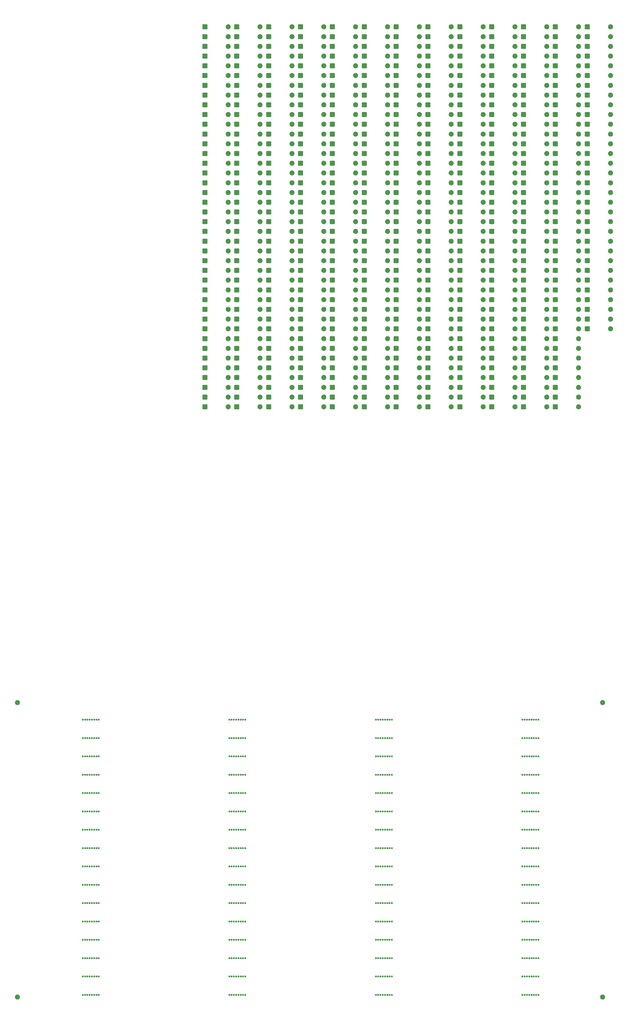
<source format=gbr>
%TF.GenerationSoftware,KiCad,Pcbnew,9.0.7*%
%TF.CreationDate,2026-02-03T13:11:03-05:00*%
%TF.ProjectId,INS-1 Matrix Display Motherboard,494e532d-3120-44d6-9174-726978204469,rev?*%
%TF.SameCoordinates,Original*%
%TF.FileFunction,Soldermask,Bot*%
%TF.FilePolarity,Negative*%
%FSLAX46Y46*%
G04 Gerber Fmt 4.6, Leading zero omitted, Abs format (unit mm)*
G04 Created by KiCad (PCBNEW 9.0.7) date 2026-02-03 13:11:03*
%MOMM*%
%LPD*%
G01*
G04 APERTURE LIST*
G04 Aperture macros list*
%AMRoundRect*
0 Rectangle with rounded corners*
0 $1 Rounding radius*
0 $2 $3 $4 $5 $6 $7 $8 $9 X,Y pos of 4 corners*
0 Add a 4 corners polygon primitive as box body*
4,1,4,$2,$3,$4,$5,$6,$7,$8,$9,$2,$3,0*
0 Add four circle primitives for the rounded corners*
1,1,$1+$1,$2,$3*
1,1,$1+$1,$4,$5*
1,1,$1+$1,$6,$7*
1,1,$1+$1,$8,$9*
0 Add four rect primitives between the rounded corners*
20,1,$1+$1,$2,$3,$4,$5,0*
20,1,$1+$1,$4,$5,$6,$7,0*
20,1,$1+$1,$6,$7,$8,$9,0*
20,1,$1+$1,$8,$9,$2,$3,0*%
G04 Aperture macros list end*
%ADD10RoundRect,0.249999X-0.850001X-0.850001X0.850001X-0.850001X0.850001X0.850001X-0.850001X0.850001X0*%
%ADD11C,2.200000*%
%ADD12C,0.850000*%
G04 APERTURE END LIST*
D10*
%TO.C,D512*%
X268300000Y134500000D03*
D11*
X278460000Y134500000D03*
%TD*%
D10*
%TO.C,D511*%
X268300000Y138750000D03*
D11*
X278460000Y138750000D03*
%TD*%
D10*
%TO.C,D510*%
X268300000Y143000000D03*
D11*
X278460000Y143000000D03*
%TD*%
D10*
%TO.C,D509*%
X268300000Y147250000D03*
D11*
X278460000Y147250000D03*
%TD*%
D10*
%TO.C,D508*%
X268300000Y151500000D03*
D11*
X278460000Y151500000D03*
%TD*%
D10*
%TO.C,D507*%
X268300000Y155750000D03*
D11*
X278460000Y155750000D03*
%TD*%
D10*
%TO.C,D506*%
X268300000Y160000000D03*
D11*
X278460000Y160000000D03*
%TD*%
D10*
%TO.C,D505*%
X268300000Y164250000D03*
D11*
X278460000Y164250000D03*
%TD*%
D10*
%TO.C,D504*%
X268300000Y168500000D03*
D11*
X278460000Y168500000D03*
%TD*%
D10*
%TO.C,D503*%
X268300000Y172750000D03*
D11*
X278460000Y172750000D03*
%TD*%
D10*
%TO.C,D502*%
X268300000Y177000000D03*
D11*
X278460000Y177000000D03*
%TD*%
D10*
%TO.C,D501*%
X268300000Y181250000D03*
D11*
X278460000Y181250000D03*
%TD*%
D10*
%TO.C,D500*%
X268300000Y185500000D03*
D11*
X278460000Y185500000D03*
%TD*%
D10*
%TO.C,D499*%
X268300000Y189750000D03*
D11*
X278460000Y189750000D03*
%TD*%
D10*
%TO.C,D498*%
X268300000Y194000000D03*
D11*
X278460000Y194000000D03*
%TD*%
D10*
%TO.C,D497*%
X268300000Y198250000D03*
D11*
X278460000Y198250000D03*
%TD*%
D10*
%TO.C,D496*%
X268300000Y202500000D03*
D11*
X278460000Y202500000D03*
%TD*%
D10*
%TO.C,D495*%
X268300000Y206750000D03*
D11*
X278460000Y206750000D03*
%TD*%
D10*
%TO.C,D494*%
X268300000Y211000000D03*
D11*
X278460000Y211000000D03*
%TD*%
D10*
%TO.C,D493*%
X268300000Y215250000D03*
D11*
X278460000Y215250000D03*
%TD*%
D10*
%TO.C,D492*%
X268300000Y219500000D03*
D11*
X278460000Y219500000D03*
%TD*%
D10*
%TO.C,D491*%
X268300000Y223750000D03*
D11*
X278460000Y223750000D03*
%TD*%
D10*
%TO.C,D490*%
X268300000Y228000000D03*
D11*
X278460000Y228000000D03*
%TD*%
D10*
%TO.C,D489*%
X268300000Y232250000D03*
D11*
X278460000Y232250000D03*
%TD*%
D10*
%TO.C,D488*%
X268300000Y236500000D03*
D11*
X278460000Y236500000D03*
%TD*%
D10*
%TO.C,D487*%
X268300000Y240750000D03*
D11*
X278460000Y240750000D03*
%TD*%
D10*
%TO.C,D486*%
X268300000Y245000000D03*
D11*
X278460000Y245000000D03*
%TD*%
D10*
%TO.C,D485*%
X268300000Y249250000D03*
D11*
X278460000Y249250000D03*
%TD*%
D10*
%TO.C,D484*%
X268300000Y253500000D03*
D11*
X278460000Y253500000D03*
%TD*%
D10*
%TO.C,D483*%
X268300000Y257750000D03*
D11*
X278460000Y257750000D03*
%TD*%
D10*
%TO.C,D482*%
X268300000Y262000000D03*
D11*
X278460000Y262000000D03*
%TD*%
D10*
%TO.C,D481*%
X268300000Y266250000D03*
D11*
X278460000Y266250000D03*
%TD*%
D10*
%TO.C,D480*%
X254390000Y100500000D03*
D11*
X264550000Y100500000D03*
%TD*%
D10*
%TO.C,D479*%
X254390000Y104750000D03*
D11*
X264550000Y104750000D03*
%TD*%
D10*
%TO.C,D478*%
X254390000Y109000000D03*
D11*
X264550000Y109000000D03*
%TD*%
D10*
%TO.C,D477*%
X254390000Y113250000D03*
D11*
X264550000Y113250000D03*
%TD*%
D10*
%TO.C,D476*%
X254390000Y117500000D03*
D11*
X264550000Y117500000D03*
%TD*%
D10*
%TO.C,D475*%
X254390000Y121750000D03*
D11*
X264550000Y121750000D03*
%TD*%
D10*
%TO.C,D474*%
X254390000Y126000000D03*
D11*
X264550000Y126000000D03*
%TD*%
D10*
%TO.C,D473*%
X254390000Y130250000D03*
D11*
X264550000Y130250000D03*
%TD*%
D10*
%TO.C,D472*%
X254390000Y134500000D03*
D11*
X264550000Y134500000D03*
%TD*%
D10*
%TO.C,D471*%
X254390000Y138750000D03*
D11*
X264550000Y138750000D03*
%TD*%
D10*
%TO.C,D470*%
X254390000Y143000000D03*
D11*
X264550000Y143000000D03*
%TD*%
D10*
%TO.C,D469*%
X254390000Y147250000D03*
D11*
X264550000Y147250000D03*
%TD*%
D10*
%TO.C,D468*%
X254390000Y151500000D03*
D11*
X264550000Y151500000D03*
%TD*%
D10*
%TO.C,D467*%
X254390000Y155750000D03*
D11*
X264550000Y155750000D03*
%TD*%
D10*
%TO.C,D466*%
X254390000Y160000000D03*
D11*
X264550000Y160000000D03*
%TD*%
D10*
%TO.C,D465*%
X254390000Y164250000D03*
D11*
X264550000Y164250000D03*
%TD*%
D10*
%TO.C,D464*%
X254390000Y168500000D03*
D11*
X264550000Y168500000D03*
%TD*%
D10*
%TO.C,D463*%
X254390000Y172750000D03*
D11*
X264550000Y172750000D03*
%TD*%
D10*
%TO.C,D462*%
X254390000Y177000000D03*
D11*
X264550000Y177000000D03*
%TD*%
D10*
%TO.C,D461*%
X254390000Y181250000D03*
D11*
X264550000Y181250000D03*
%TD*%
D10*
%TO.C,D460*%
X254390000Y185500000D03*
D11*
X264550000Y185500000D03*
%TD*%
D10*
%TO.C,D459*%
X254390000Y189750000D03*
D11*
X264550000Y189750000D03*
%TD*%
D10*
%TO.C,D458*%
X254390000Y194000000D03*
D11*
X264550000Y194000000D03*
%TD*%
D10*
%TO.C,D457*%
X254390000Y198250000D03*
D11*
X264550000Y198250000D03*
%TD*%
D10*
%TO.C,D456*%
X254390000Y202500000D03*
D11*
X264550000Y202500000D03*
%TD*%
D10*
%TO.C,D455*%
X254390000Y206750000D03*
D11*
X264550000Y206750000D03*
%TD*%
D10*
%TO.C,D454*%
X254390000Y211000000D03*
D11*
X264550000Y211000000D03*
%TD*%
D10*
%TO.C,D453*%
X254390000Y215250000D03*
D11*
X264550000Y215250000D03*
%TD*%
D10*
%TO.C,D452*%
X254390000Y219500000D03*
D11*
X264550000Y219500000D03*
%TD*%
D10*
%TO.C,D451*%
X254390000Y223750000D03*
D11*
X264550000Y223750000D03*
%TD*%
D10*
%TO.C,D450*%
X254390000Y228000000D03*
D11*
X264550000Y228000000D03*
%TD*%
D10*
%TO.C,D449*%
X254390000Y232250000D03*
D11*
X264550000Y232250000D03*
%TD*%
D10*
%TO.C,D448*%
X254390000Y236500000D03*
D11*
X264550000Y236500000D03*
%TD*%
D10*
%TO.C,D447*%
X254390000Y240750000D03*
D11*
X264550000Y240750000D03*
%TD*%
D10*
%TO.C,D446*%
X254390000Y245000000D03*
D11*
X264550000Y245000000D03*
%TD*%
D10*
%TO.C,D445*%
X254390000Y249250000D03*
D11*
X264550000Y249250000D03*
%TD*%
D10*
%TO.C,D444*%
X254390000Y253500000D03*
D11*
X264550000Y253500000D03*
%TD*%
D10*
%TO.C,D443*%
X254390000Y257750000D03*
D11*
X264550000Y257750000D03*
%TD*%
D10*
%TO.C,D442*%
X254390000Y262000000D03*
D11*
X264550000Y262000000D03*
%TD*%
D10*
%TO.C,D441*%
X254390000Y266250000D03*
D11*
X264550000Y266250000D03*
%TD*%
D10*
%TO.C,D440*%
X240480000Y100500000D03*
D11*
X250640000Y100500000D03*
%TD*%
D10*
%TO.C,D439*%
X240480000Y104750000D03*
D11*
X250640000Y104750000D03*
%TD*%
D10*
%TO.C,D438*%
X240480000Y109000000D03*
D11*
X250640000Y109000000D03*
%TD*%
D10*
%TO.C,D437*%
X240480000Y113250000D03*
D11*
X250640000Y113250000D03*
%TD*%
D10*
%TO.C,D436*%
X240480000Y117500000D03*
D11*
X250640000Y117500000D03*
%TD*%
D10*
%TO.C,D435*%
X240480000Y121750000D03*
D11*
X250640000Y121750000D03*
%TD*%
D10*
%TO.C,D434*%
X240480000Y126000000D03*
D11*
X250640000Y126000000D03*
%TD*%
D10*
%TO.C,D433*%
X240480000Y130250000D03*
D11*
X250640000Y130250000D03*
%TD*%
D10*
%TO.C,D432*%
X240480000Y134500000D03*
D11*
X250640000Y134500000D03*
%TD*%
D10*
%TO.C,D431*%
X240480000Y138750000D03*
D11*
X250640000Y138750000D03*
%TD*%
D10*
%TO.C,D430*%
X240480000Y143000000D03*
D11*
X250640000Y143000000D03*
%TD*%
D10*
%TO.C,D429*%
X240480000Y147250000D03*
D11*
X250640000Y147250000D03*
%TD*%
D10*
%TO.C,D428*%
X240480000Y151500000D03*
D11*
X250640000Y151500000D03*
%TD*%
D10*
%TO.C,D427*%
X240480000Y155750000D03*
D11*
X250640000Y155750000D03*
%TD*%
D10*
%TO.C,D426*%
X240480000Y160000000D03*
D11*
X250640000Y160000000D03*
%TD*%
D10*
%TO.C,D425*%
X240480000Y164250000D03*
D11*
X250640000Y164250000D03*
%TD*%
D10*
%TO.C,D424*%
X240480000Y168500000D03*
D11*
X250640000Y168500000D03*
%TD*%
D10*
%TO.C,D423*%
X240480000Y172750000D03*
D11*
X250640000Y172750000D03*
%TD*%
D10*
%TO.C,D422*%
X240480000Y177000000D03*
D11*
X250640000Y177000000D03*
%TD*%
D10*
%TO.C,D421*%
X240480000Y181250000D03*
D11*
X250640000Y181250000D03*
%TD*%
D10*
%TO.C,D420*%
X240480000Y185500000D03*
D11*
X250640000Y185500000D03*
%TD*%
D10*
%TO.C,D419*%
X240480000Y189750000D03*
D11*
X250640000Y189750000D03*
%TD*%
D10*
%TO.C,D418*%
X240480000Y194000000D03*
D11*
X250640000Y194000000D03*
%TD*%
D10*
%TO.C,D417*%
X240480000Y198250000D03*
D11*
X250640000Y198250000D03*
%TD*%
D10*
%TO.C,D416*%
X240480000Y202500000D03*
D11*
X250640000Y202500000D03*
%TD*%
D10*
%TO.C,D415*%
X240480000Y206750000D03*
D11*
X250640000Y206750000D03*
%TD*%
D10*
%TO.C,D414*%
X240480000Y211000000D03*
D11*
X250640000Y211000000D03*
%TD*%
D10*
%TO.C,D413*%
X240480000Y215250000D03*
D11*
X250640000Y215250000D03*
%TD*%
D10*
%TO.C,D412*%
X240480000Y219500000D03*
D11*
X250640000Y219500000D03*
%TD*%
D10*
%TO.C,D411*%
X240480000Y223750000D03*
D11*
X250640000Y223750000D03*
%TD*%
D10*
%TO.C,D410*%
X240480000Y228000000D03*
D11*
X250640000Y228000000D03*
%TD*%
D10*
%TO.C,D409*%
X240480000Y232250000D03*
D11*
X250640000Y232250000D03*
%TD*%
D10*
%TO.C,D408*%
X240480000Y236500000D03*
D11*
X250640000Y236500000D03*
%TD*%
D10*
%TO.C,D407*%
X240480000Y240750000D03*
D11*
X250640000Y240750000D03*
%TD*%
D10*
%TO.C,D406*%
X240480000Y245000000D03*
D11*
X250640000Y245000000D03*
%TD*%
D10*
%TO.C,D405*%
X240480000Y249250000D03*
D11*
X250640000Y249250000D03*
%TD*%
D10*
%TO.C,D404*%
X240480000Y253500000D03*
D11*
X250640000Y253500000D03*
%TD*%
D10*
%TO.C,D403*%
X240480000Y257750000D03*
D11*
X250640000Y257750000D03*
%TD*%
D10*
%TO.C,D402*%
X240480000Y262000000D03*
D11*
X250640000Y262000000D03*
%TD*%
D10*
%TO.C,D401*%
X240480000Y266250000D03*
D11*
X250640000Y266250000D03*
%TD*%
D10*
%TO.C,D400*%
X226570000Y100500000D03*
D11*
X236730000Y100500000D03*
%TD*%
D10*
%TO.C,D399*%
X226570000Y104750000D03*
D11*
X236730000Y104750000D03*
%TD*%
D10*
%TO.C,D398*%
X226570000Y109000000D03*
D11*
X236730000Y109000000D03*
%TD*%
D10*
%TO.C,D397*%
X226570000Y113250000D03*
D11*
X236730000Y113250000D03*
%TD*%
D10*
%TO.C,D396*%
X226570000Y117500000D03*
D11*
X236730000Y117500000D03*
%TD*%
D10*
%TO.C,D395*%
X226570000Y121750000D03*
D11*
X236730000Y121750000D03*
%TD*%
D10*
%TO.C,D394*%
X226570000Y126000000D03*
D11*
X236730000Y126000000D03*
%TD*%
D10*
%TO.C,D393*%
X226570000Y130250000D03*
D11*
X236730000Y130250000D03*
%TD*%
D10*
%TO.C,D392*%
X226570000Y134500000D03*
D11*
X236730000Y134500000D03*
%TD*%
D10*
%TO.C,D391*%
X226570000Y138750000D03*
D11*
X236730000Y138750000D03*
%TD*%
D10*
%TO.C,D390*%
X226570000Y143000000D03*
D11*
X236730000Y143000000D03*
%TD*%
D10*
%TO.C,D389*%
X226570000Y147250000D03*
D11*
X236730000Y147250000D03*
%TD*%
D10*
%TO.C,D388*%
X226570000Y151500000D03*
D11*
X236730000Y151500000D03*
%TD*%
D10*
%TO.C,D387*%
X226570000Y155750000D03*
D11*
X236730000Y155750000D03*
%TD*%
D10*
%TO.C,D386*%
X226570000Y160000000D03*
D11*
X236730000Y160000000D03*
%TD*%
D10*
%TO.C,D385*%
X226570000Y164250000D03*
D11*
X236730000Y164250000D03*
%TD*%
D10*
%TO.C,D384*%
X226570000Y168500000D03*
D11*
X236730000Y168500000D03*
%TD*%
D10*
%TO.C,D383*%
X226570000Y172750000D03*
D11*
X236730000Y172750000D03*
%TD*%
D10*
%TO.C,D382*%
X226570000Y177000000D03*
D11*
X236730000Y177000000D03*
%TD*%
D10*
%TO.C,D381*%
X226570000Y181250000D03*
D11*
X236730000Y181250000D03*
%TD*%
D10*
%TO.C,D380*%
X226570000Y185500000D03*
D11*
X236730000Y185500000D03*
%TD*%
D10*
%TO.C,D379*%
X226570000Y189750000D03*
D11*
X236730000Y189750000D03*
%TD*%
D10*
%TO.C,D378*%
X226570000Y194000000D03*
D11*
X236730000Y194000000D03*
%TD*%
D10*
%TO.C,D377*%
X226570000Y198250000D03*
D11*
X236730000Y198250000D03*
%TD*%
D10*
%TO.C,D376*%
X226570000Y202500000D03*
D11*
X236730000Y202500000D03*
%TD*%
D10*
%TO.C,D375*%
X226570000Y206750000D03*
D11*
X236730000Y206750000D03*
%TD*%
D10*
%TO.C,D374*%
X226570000Y211000000D03*
D11*
X236730000Y211000000D03*
%TD*%
D10*
%TO.C,D373*%
X226570000Y215250000D03*
D11*
X236730000Y215250000D03*
%TD*%
D10*
%TO.C,D372*%
X226570000Y219500000D03*
D11*
X236730000Y219500000D03*
%TD*%
D10*
%TO.C,D371*%
X226570000Y223750000D03*
D11*
X236730000Y223750000D03*
%TD*%
D10*
%TO.C,D370*%
X226570000Y228000000D03*
D11*
X236730000Y228000000D03*
%TD*%
D10*
%TO.C,D369*%
X226570000Y232250000D03*
D11*
X236730000Y232250000D03*
%TD*%
D10*
%TO.C,D368*%
X226570000Y236500000D03*
D11*
X236730000Y236500000D03*
%TD*%
D10*
%TO.C,D367*%
X226570000Y240750000D03*
D11*
X236730000Y240750000D03*
%TD*%
D10*
%TO.C,D366*%
X226570000Y245000000D03*
D11*
X236730000Y245000000D03*
%TD*%
D10*
%TO.C,D365*%
X226570000Y249250000D03*
D11*
X236730000Y249250000D03*
%TD*%
D10*
%TO.C,D364*%
X226570000Y253500000D03*
D11*
X236730000Y253500000D03*
%TD*%
D10*
%TO.C,D363*%
X226570000Y257750000D03*
D11*
X236730000Y257750000D03*
%TD*%
D10*
%TO.C,D362*%
X226570000Y262000000D03*
D11*
X236730000Y262000000D03*
%TD*%
D10*
%TO.C,D361*%
X226570000Y266250000D03*
D11*
X236730000Y266250000D03*
%TD*%
D10*
%TO.C,D360*%
X212660000Y100500000D03*
D11*
X222820000Y100500000D03*
%TD*%
D10*
%TO.C,D359*%
X212660000Y104750000D03*
D11*
X222820000Y104750000D03*
%TD*%
D10*
%TO.C,D358*%
X212660000Y109000000D03*
D11*
X222820000Y109000000D03*
%TD*%
D10*
%TO.C,D357*%
X212660000Y113250000D03*
D11*
X222820000Y113250000D03*
%TD*%
D10*
%TO.C,D356*%
X212660000Y117500000D03*
D11*
X222820000Y117500000D03*
%TD*%
D10*
%TO.C,D355*%
X212660000Y121750000D03*
D11*
X222820000Y121750000D03*
%TD*%
D10*
%TO.C,D354*%
X212660000Y126000000D03*
D11*
X222820000Y126000000D03*
%TD*%
D10*
%TO.C,D353*%
X212660000Y130250000D03*
D11*
X222820000Y130250000D03*
%TD*%
D10*
%TO.C,D352*%
X212660000Y134500000D03*
D11*
X222820000Y134500000D03*
%TD*%
D10*
%TO.C,D351*%
X212660000Y138750000D03*
D11*
X222820000Y138750000D03*
%TD*%
D10*
%TO.C,D350*%
X212660000Y143000000D03*
D11*
X222820000Y143000000D03*
%TD*%
D10*
%TO.C,D349*%
X212660000Y147250000D03*
D11*
X222820000Y147250000D03*
%TD*%
D10*
%TO.C,D348*%
X212660000Y151500000D03*
D11*
X222820000Y151500000D03*
%TD*%
D10*
%TO.C,D347*%
X212660000Y155750000D03*
D11*
X222820000Y155750000D03*
%TD*%
D10*
%TO.C,D346*%
X212660000Y160000000D03*
D11*
X222820000Y160000000D03*
%TD*%
D10*
%TO.C,D345*%
X212660000Y164250000D03*
D11*
X222820000Y164250000D03*
%TD*%
D10*
%TO.C,D344*%
X212660000Y168500000D03*
D11*
X222820000Y168500000D03*
%TD*%
D10*
%TO.C,D343*%
X212660000Y172750000D03*
D11*
X222820000Y172750000D03*
%TD*%
D10*
%TO.C,D342*%
X212660000Y177000000D03*
D11*
X222820000Y177000000D03*
%TD*%
D10*
%TO.C,D341*%
X212660000Y181250000D03*
D11*
X222820000Y181250000D03*
%TD*%
D10*
%TO.C,D340*%
X212660000Y185500000D03*
D11*
X222820000Y185500000D03*
%TD*%
D10*
%TO.C,D339*%
X212660000Y189750000D03*
D11*
X222820000Y189750000D03*
%TD*%
D10*
%TO.C,D338*%
X212660000Y194000000D03*
D11*
X222820000Y194000000D03*
%TD*%
D10*
%TO.C,D337*%
X212660000Y198250000D03*
D11*
X222820000Y198250000D03*
%TD*%
D10*
%TO.C,D336*%
X212660000Y202500000D03*
D11*
X222820000Y202500000D03*
%TD*%
D10*
%TO.C,D335*%
X212660000Y206750000D03*
D11*
X222820000Y206750000D03*
%TD*%
D10*
%TO.C,D334*%
X212660000Y211000000D03*
D11*
X222820000Y211000000D03*
%TD*%
D10*
%TO.C,D333*%
X212660000Y215250000D03*
D11*
X222820000Y215250000D03*
%TD*%
D10*
%TO.C,D332*%
X212660000Y219500000D03*
D11*
X222820000Y219500000D03*
%TD*%
D10*
%TO.C,D331*%
X212660000Y223750000D03*
D11*
X222820000Y223750000D03*
%TD*%
D10*
%TO.C,D330*%
X212660000Y228000000D03*
D11*
X222820000Y228000000D03*
%TD*%
D10*
%TO.C,D329*%
X212660000Y232250000D03*
D11*
X222820000Y232250000D03*
%TD*%
D10*
%TO.C,D328*%
X212660000Y236500000D03*
D11*
X222820000Y236500000D03*
%TD*%
D10*
%TO.C,D327*%
X212660000Y240750000D03*
D11*
X222820000Y240750000D03*
%TD*%
D10*
%TO.C,D326*%
X212660000Y245000000D03*
D11*
X222820000Y245000000D03*
%TD*%
D10*
%TO.C,D325*%
X212660000Y249250000D03*
D11*
X222820000Y249250000D03*
%TD*%
D10*
%TO.C,D324*%
X212660000Y253500000D03*
D11*
X222820000Y253500000D03*
%TD*%
D10*
%TO.C,D323*%
X212660000Y257750000D03*
D11*
X222820000Y257750000D03*
%TD*%
D10*
%TO.C,D322*%
X212660000Y262000000D03*
D11*
X222820000Y262000000D03*
%TD*%
D10*
%TO.C,D321*%
X212660000Y266250000D03*
D11*
X222820000Y266250000D03*
%TD*%
D10*
%TO.C,D320*%
X198750000Y100500000D03*
D11*
X208910000Y100500000D03*
%TD*%
D10*
%TO.C,D319*%
X198750000Y104750000D03*
D11*
X208910000Y104750000D03*
%TD*%
D10*
%TO.C,D318*%
X198750000Y109000000D03*
D11*
X208910000Y109000000D03*
%TD*%
D10*
%TO.C,D317*%
X198750000Y113250000D03*
D11*
X208910000Y113250000D03*
%TD*%
D10*
%TO.C,D316*%
X198750000Y117500000D03*
D11*
X208910000Y117500000D03*
%TD*%
D10*
%TO.C,D315*%
X198750000Y121750000D03*
D11*
X208910000Y121750000D03*
%TD*%
D10*
%TO.C,D314*%
X198750000Y126000000D03*
D11*
X208910000Y126000000D03*
%TD*%
D10*
%TO.C,D313*%
X198750000Y130250000D03*
D11*
X208910000Y130250000D03*
%TD*%
D10*
%TO.C,D312*%
X198750000Y134500000D03*
D11*
X208910000Y134500000D03*
%TD*%
D10*
%TO.C,D311*%
X198750000Y138750000D03*
D11*
X208910000Y138750000D03*
%TD*%
D10*
%TO.C,D310*%
X198750000Y143000000D03*
D11*
X208910000Y143000000D03*
%TD*%
D10*
%TO.C,D309*%
X198750000Y147250000D03*
D11*
X208910000Y147250000D03*
%TD*%
D10*
%TO.C,D308*%
X198750000Y151500000D03*
D11*
X208910000Y151500000D03*
%TD*%
D10*
%TO.C,D307*%
X198750000Y155750000D03*
D11*
X208910000Y155750000D03*
%TD*%
D10*
%TO.C,D306*%
X198750000Y160000000D03*
D11*
X208910000Y160000000D03*
%TD*%
D10*
%TO.C,D305*%
X198750000Y164250000D03*
D11*
X208910000Y164250000D03*
%TD*%
D10*
%TO.C,D304*%
X198750000Y168500000D03*
D11*
X208910000Y168500000D03*
%TD*%
D10*
%TO.C,D303*%
X198750000Y172750000D03*
D11*
X208910000Y172750000D03*
%TD*%
D10*
%TO.C,D302*%
X198750000Y177000000D03*
D11*
X208910000Y177000000D03*
%TD*%
D10*
%TO.C,D301*%
X198750000Y181250000D03*
D11*
X208910000Y181250000D03*
%TD*%
D10*
%TO.C,D300*%
X198750000Y185500000D03*
D11*
X208910000Y185500000D03*
%TD*%
D10*
%TO.C,D299*%
X198750000Y189750000D03*
D11*
X208910000Y189750000D03*
%TD*%
D10*
%TO.C,D298*%
X198750000Y194000000D03*
D11*
X208910000Y194000000D03*
%TD*%
D10*
%TO.C,D297*%
X198750000Y198250000D03*
D11*
X208910000Y198250000D03*
%TD*%
D10*
%TO.C,D296*%
X198750000Y202500000D03*
D11*
X208910000Y202500000D03*
%TD*%
D10*
%TO.C,D295*%
X198750000Y206750000D03*
D11*
X208910000Y206750000D03*
%TD*%
D10*
%TO.C,D294*%
X198750000Y211000000D03*
D11*
X208910000Y211000000D03*
%TD*%
D10*
%TO.C,D293*%
X198750000Y215250000D03*
D11*
X208910000Y215250000D03*
%TD*%
D10*
%TO.C,D292*%
X198750000Y219500000D03*
D11*
X208910000Y219500000D03*
%TD*%
D10*
%TO.C,D291*%
X198750000Y223750000D03*
D11*
X208910000Y223750000D03*
%TD*%
D10*
%TO.C,D290*%
X198750000Y228000000D03*
D11*
X208910000Y228000000D03*
%TD*%
D10*
%TO.C,D289*%
X198750000Y232250000D03*
D11*
X208910000Y232250000D03*
%TD*%
D10*
%TO.C,D288*%
X198750000Y236500000D03*
D11*
X208910000Y236500000D03*
%TD*%
D10*
%TO.C,D287*%
X198750000Y240750000D03*
D11*
X208910000Y240750000D03*
%TD*%
D10*
%TO.C,D286*%
X198750000Y245000000D03*
D11*
X208910000Y245000000D03*
%TD*%
D10*
%TO.C,D285*%
X198750000Y249250000D03*
D11*
X208910000Y249250000D03*
%TD*%
D10*
%TO.C,D284*%
X198750000Y253500000D03*
D11*
X208910000Y253500000D03*
%TD*%
D10*
%TO.C,D283*%
X198750000Y257750000D03*
D11*
X208910000Y257750000D03*
%TD*%
D10*
%TO.C,D282*%
X198750000Y262000000D03*
D11*
X208910000Y262000000D03*
%TD*%
D10*
%TO.C,D281*%
X198750000Y266250000D03*
D11*
X208910000Y266250000D03*
%TD*%
D10*
%TO.C,D280*%
X184840000Y100500000D03*
D11*
X195000000Y100500000D03*
%TD*%
D10*
%TO.C,D279*%
X184840000Y104750000D03*
D11*
X195000000Y104750000D03*
%TD*%
D10*
%TO.C,D278*%
X184840000Y109000000D03*
D11*
X195000000Y109000000D03*
%TD*%
D10*
%TO.C,D277*%
X184840000Y113250000D03*
D11*
X195000000Y113250000D03*
%TD*%
D10*
%TO.C,D276*%
X184840000Y117500000D03*
D11*
X195000000Y117500000D03*
%TD*%
D10*
%TO.C,D275*%
X184840000Y121750000D03*
D11*
X195000000Y121750000D03*
%TD*%
D10*
%TO.C,D274*%
X184840000Y126000000D03*
D11*
X195000000Y126000000D03*
%TD*%
D10*
%TO.C,D273*%
X184840000Y130250000D03*
D11*
X195000000Y130250000D03*
%TD*%
D10*
%TO.C,D272*%
X184840000Y134500000D03*
D11*
X195000000Y134500000D03*
%TD*%
D10*
%TO.C,D271*%
X184840000Y138750000D03*
D11*
X195000000Y138750000D03*
%TD*%
D10*
%TO.C,D270*%
X184840000Y143000000D03*
D11*
X195000000Y143000000D03*
%TD*%
D10*
%TO.C,D269*%
X184840000Y147250000D03*
D11*
X195000000Y147250000D03*
%TD*%
D10*
%TO.C,D268*%
X184840000Y151500000D03*
D11*
X195000000Y151500000D03*
%TD*%
D10*
%TO.C,D267*%
X184840000Y155750000D03*
D11*
X195000000Y155750000D03*
%TD*%
D10*
%TO.C,D266*%
X184840000Y160000000D03*
D11*
X195000000Y160000000D03*
%TD*%
D10*
%TO.C,D265*%
X184840000Y164250000D03*
D11*
X195000000Y164250000D03*
%TD*%
D10*
%TO.C,D264*%
X184840000Y168500000D03*
D11*
X195000000Y168500000D03*
%TD*%
D10*
%TO.C,D263*%
X184840000Y172750000D03*
D11*
X195000000Y172750000D03*
%TD*%
D10*
%TO.C,D262*%
X184840000Y177000000D03*
D11*
X195000000Y177000000D03*
%TD*%
D10*
%TO.C,D261*%
X184840000Y181250000D03*
D11*
X195000000Y181250000D03*
%TD*%
D10*
%TO.C,D260*%
X184840000Y185500000D03*
D11*
X195000000Y185500000D03*
%TD*%
D10*
%TO.C,D259*%
X184840000Y189750000D03*
D11*
X195000000Y189750000D03*
%TD*%
D10*
%TO.C,D258*%
X184840000Y194000000D03*
D11*
X195000000Y194000000D03*
%TD*%
D10*
%TO.C,D257*%
X184840000Y198250000D03*
D11*
X195000000Y198250000D03*
%TD*%
D10*
%TO.C,D256*%
X184840000Y202500000D03*
D11*
X195000000Y202500000D03*
%TD*%
D10*
%TO.C,D255*%
X184840000Y206750000D03*
D11*
X195000000Y206750000D03*
%TD*%
D10*
%TO.C,D254*%
X184840000Y211000000D03*
D11*
X195000000Y211000000D03*
%TD*%
D10*
%TO.C,D253*%
X184840000Y215250000D03*
D11*
X195000000Y215250000D03*
%TD*%
D10*
%TO.C,D252*%
X184840000Y219500000D03*
D11*
X195000000Y219500000D03*
%TD*%
D10*
%TO.C,D251*%
X184840000Y223750000D03*
D11*
X195000000Y223750000D03*
%TD*%
D10*
%TO.C,D250*%
X184840000Y228000000D03*
D11*
X195000000Y228000000D03*
%TD*%
D10*
%TO.C,D249*%
X184840000Y232250000D03*
D11*
X195000000Y232250000D03*
%TD*%
D10*
%TO.C,D248*%
X184840000Y236500000D03*
D11*
X195000000Y236500000D03*
%TD*%
D10*
%TO.C,D247*%
X184840000Y240750000D03*
D11*
X195000000Y240750000D03*
%TD*%
D10*
%TO.C,D246*%
X184840000Y245000000D03*
D11*
X195000000Y245000000D03*
%TD*%
D10*
%TO.C,D245*%
X184840000Y249250000D03*
D11*
X195000000Y249250000D03*
%TD*%
D10*
%TO.C,D244*%
X184840000Y253500000D03*
D11*
X195000000Y253500000D03*
%TD*%
D10*
%TO.C,D243*%
X184840000Y257750000D03*
D11*
X195000000Y257750000D03*
%TD*%
D10*
%TO.C,D242*%
X184840000Y262000000D03*
D11*
X195000000Y262000000D03*
%TD*%
D10*
%TO.C,D241*%
X184840000Y266250000D03*
D11*
X195000000Y266250000D03*
%TD*%
D10*
%TO.C,D240*%
X170930000Y100500000D03*
D11*
X181090000Y100500000D03*
%TD*%
D10*
%TO.C,D239*%
X170930000Y104750000D03*
D11*
X181090000Y104750000D03*
%TD*%
D10*
%TO.C,D238*%
X170930000Y109000000D03*
D11*
X181090000Y109000000D03*
%TD*%
D10*
%TO.C,D237*%
X170930000Y113250000D03*
D11*
X181090000Y113250000D03*
%TD*%
D10*
%TO.C,D236*%
X170930000Y117500000D03*
D11*
X181090000Y117500000D03*
%TD*%
D10*
%TO.C,D235*%
X170930000Y121750000D03*
D11*
X181090000Y121750000D03*
%TD*%
D10*
%TO.C,D234*%
X170930000Y126000000D03*
D11*
X181090000Y126000000D03*
%TD*%
D10*
%TO.C,D233*%
X170930000Y130250000D03*
D11*
X181090000Y130250000D03*
%TD*%
D10*
%TO.C,D232*%
X170930000Y134500000D03*
D11*
X181090000Y134500000D03*
%TD*%
D10*
%TO.C,D231*%
X170930000Y138750000D03*
D11*
X181090000Y138750000D03*
%TD*%
D10*
%TO.C,D230*%
X170930000Y143000000D03*
D11*
X181090000Y143000000D03*
%TD*%
D10*
%TO.C,D229*%
X170930000Y147250000D03*
D11*
X181090000Y147250000D03*
%TD*%
D10*
%TO.C,D228*%
X170930000Y151500000D03*
D11*
X181090000Y151500000D03*
%TD*%
D10*
%TO.C,D227*%
X170930000Y155750000D03*
D11*
X181090000Y155750000D03*
%TD*%
D10*
%TO.C,D226*%
X170930000Y160000000D03*
D11*
X181090000Y160000000D03*
%TD*%
D10*
%TO.C,D225*%
X170930000Y164250000D03*
D11*
X181090000Y164250000D03*
%TD*%
D10*
%TO.C,D224*%
X170930000Y168500000D03*
D11*
X181090000Y168500000D03*
%TD*%
D10*
%TO.C,D223*%
X170930000Y172750000D03*
D11*
X181090000Y172750000D03*
%TD*%
D10*
%TO.C,D222*%
X170930000Y177000000D03*
D11*
X181090000Y177000000D03*
%TD*%
D10*
%TO.C,D221*%
X170930000Y181250000D03*
D11*
X181090000Y181250000D03*
%TD*%
D10*
%TO.C,D220*%
X170930000Y185500000D03*
D11*
X181090000Y185500000D03*
%TD*%
D10*
%TO.C,D219*%
X170930000Y189750000D03*
D11*
X181090000Y189750000D03*
%TD*%
D10*
%TO.C,D218*%
X170930000Y194000000D03*
D11*
X181090000Y194000000D03*
%TD*%
D10*
%TO.C,D217*%
X170930000Y198250000D03*
D11*
X181090000Y198250000D03*
%TD*%
D10*
%TO.C,D216*%
X170930000Y202500000D03*
D11*
X181090000Y202500000D03*
%TD*%
D10*
%TO.C,D215*%
X170930000Y206750000D03*
D11*
X181090000Y206750000D03*
%TD*%
D10*
%TO.C,D214*%
X170930000Y211000000D03*
D11*
X181090000Y211000000D03*
%TD*%
D10*
%TO.C,D213*%
X170930000Y215250000D03*
D11*
X181090000Y215250000D03*
%TD*%
D10*
%TO.C,D212*%
X170930000Y219500000D03*
D11*
X181090000Y219500000D03*
%TD*%
D10*
%TO.C,D211*%
X170930000Y223750000D03*
D11*
X181090000Y223750000D03*
%TD*%
D10*
%TO.C,D210*%
X170930000Y228000000D03*
D11*
X181090000Y228000000D03*
%TD*%
D10*
%TO.C,D209*%
X170930000Y232250000D03*
D11*
X181090000Y232250000D03*
%TD*%
D10*
%TO.C,D208*%
X170930000Y236500000D03*
D11*
X181090000Y236500000D03*
%TD*%
D10*
%TO.C,D207*%
X170930000Y240750000D03*
D11*
X181090000Y240750000D03*
%TD*%
D10*
%TO.C,D206*%
X170930000Y245000000D03*
D11*
X181090000Y245000000D03*
%TD*%
D10*
%TO.C,D205*%
X170930000Y249250000D03*
D11*
X181090000Y249250000D03*
%TD*%
D10*
%TO.C,D204*%
X170930000Y253500000D03*
D11*
X181090000Y253500000D03*
%TD*%
D10*
%TO.C,D203*%
X170930000Y257750000D03*
D11*
X181090000Y257750000D03*
%TD*%
D10*
%TO.C,D202*%
X170930000Y262000000D03*
D11*
X181090000Y262000000D03*
%TD*%
D10*
%TO.C,D201*%
X170930000Y266250000D03*
D11*
X181090000Y266250000D03*
%TD*%
D10*
%TO.C,D200*%
X157020000Y100500000D03*
D11*
X167180000Y100500000D03*
%TD*%
D10*
%TO.C,D199*%
X157020000Y104750000D03*
D11*
X167180000Y104750000D03*
%TD*%
D10*
%TO.C,D198*%
X157020000Y109000000D03*
D11*
X167180000Y109000000D03*
%TD*%
D10*
%TO.C,D197*%
X157020000Y113250000D03*
D11*
X167180000Y113250000D03*
%TD*%
D10*
%TO.C,D196*%
X157020000Y117500000D03*
D11*
X167180000Y117500000D03*
%TD*%
D10*
%TO.C,D195*%
X157020000Y121750000D03*
D11*
X167180000Y121750000D03*
%TD*%
D10*
%TO.C,D194*%
X157020000Y126000000D03*
D11*
X167180000Y126000000D03*
%TD*%
D10*
%TO.C,D193*%
X157020000Y130250000D03*
D11*
X167180000Y130250000D03*
%TD*%
D10*
%TO.C,D192*%
X157020000Y134500000D03*
D11*
X167180000Y134500000D03*
%TD*%
D10*
%TO.C,D191*%
X157020000Y138750000D03*
D11*
X167180000Y138750000D03*
%TD*%
D10*
%TO.C,D190*%
X157020000Y143000000D03*
D11*
X167180000Y143000000D03*
%TD*%
D10*
%TO.C,D189*%
X157020000Y147250000D03*
D11*
X167180000Y147250000D03*
%TD*%
D10*
%TO.C,D188*%
X157020000Y151500000D03*
D11*
X167180000Y151500000D03*
%TD*%
D10*
%TO.C,D187*%
X157020000Y155750000D03*
D11*
X167180000Y155750000D03*
%TD*%
D10*
%TO.C,D186*%
X157020000Y160000000D03*
D11*
X167180000Y160000000D03*
%TD*%
D10*
%TO.C,D185*%
X157020000Y164250000D03*
D11*
X167180000Y164250000D03*
%TD*%
D10*
%TO.C,D184*%
X157020000Y168500000D03*
D11*
X167180000Y168500000D03*
%TD*%
D10*
%TO.C,D183*%
X157020000Y172750000D03*
D11*
X167180000Y172750000D03*
%TD*%
D10*
%TO.C,D182*%
X157020000Y177000000D03*
D11*
X167180000Y177000000D03*
%TD*%
D10*
%TO.C,D181*%
X157020000Y181250000D03*
D11*
X167180000Y181250000D03*
%TD*%
D10*
%TO.C,D180*%
X157020000Y185500000D03*
D11*
X167180000Y185500000D03*
%TD*%
D10*
%TO.C,D179*%
X157020000Y189750000D03*
D11*
X167180000Y189750000D03*
%TD*%
D10*
%TO.C,D178*%
X157020000Y194000000D03*
D11*
X167180000Y194000000D03*
%TD*%
D10*
%TO.C,D177*%
X157020000Y198250000D03*
D11*
X167180000Y198250000D03*
%TD*%
D10*
%TO.C,D176*%
X157020000Y202500000D03*
D11*
X167180000Y202500000D03*
%TD*%
D10*
%TO.C,D175*%
X157020000Y206750000D03*
D11*
X167180000Y206750000D03*
%TD*%
D10*
%TO.C,D174*%
X157020000Y211000000D03*
D11*
X167180000Y211000000D03*
%TD*%
D10*
%TO.C,D173*%
X157020000Y215250000D03*
D11*
X167180000Y215250000D03*
%TD*%
D10*
%TO.C,D172*%
X157020000Y219500000D03*
D11*
X167180000Y219500000D03*
%TD*%
D10*
%TO.C,D171*%
X157020000Y223750000D03*
D11*
X167180000Y223750000D03*
%TD*%
D10*
%TO.C,D170*%
X157020000Y228000000D03*
D11*
X167180000Y228000000D03*
%TD*%
D10*
%TO.C,D169*%
X157020000Y232250000D03*
D11*
X167180000Y232250000D03*
%TD*%
D10*
%TO.C,D168*%
X157020000Y236500000D03*
D11*
X167180000Y236500000D03*
%TD*%
D10*
%TO.C,D167*%
X157020000Y240750000D03*
D11*
X167180000Y240750000D03*
%TD*%
D10*
%TO.C,D166*%
X157020000Y245000000D03*
D11*
X167180000Y245000000D03*
%TD*%
D10*
%TO.C,D165*%
X157020000Y249250000D03*
D11*
X167180000Y249250000D03*
%TD*%
D10*
%TO.C,D164*%
X157020000Y253500000D03*
D11*
X167180000Y253500000D03*
%TD*%
D10*
%TO.C,D163*%
X157020000Y257750000D03*
D11*
X167180000Y257750000D03*
%TD*%
D10*
%TO.C,D162*%
X157020000Y262000000D03*
D11*
X167180000Y262000000D03*
%TD*%
D10*
%TO.C,D161*%
X157020000Y266250000D03*
D11*
X167180000Y266250000D03*
%TD*%
D10*
%TO.C,D160*%
X143110000Y100500000D03*
D11*
X153270000Y100500000D03*
%TD*%
D10*
%TO.C,D159*%
X143110000Y104750000D03*
D11*
X153270000Y104750000D03*
%TD*%
D10*
%TO.C,D158*%
X143110000Y109000000D03*
D11*
X153270000Y109000000D03*
%TD*%
D10*
%TO.C,D157*%
X143110000Y113250000D03*
D11*
X153270000Y113250000D03*
%TD*%
D10*
%TO.C,D156*%
X143110000Y117500000D03*
D11*
X153270000Y117500000D03*
%TD*%
D10*
%TO.C,D155*%
X143110000Y121750000D03*
D11*
X153270000Y121750000D03*
%TD*%
D10*
%TO.C,D154*%
X143110000Y126000000D03*
D11*
X153270000Y126000000D03*
%TD*%
D10*
%TO.C,D153*%
X143110000Y130250000D03*
D11*
X153270000Y130250000D03*
%TD*%
D10*
%TO.C,D152*%
X143110000Y134500000D03*
D11*
X153270000Y134500000D03*
%TD*%
D10*
%TO.C,D151*%
X143110000Y138750000D03*
D11*
X153270000Y138750000D03*
%TD*%
D10*
%TO.C,D150*%
X143110000Y143000000D03*
D11*
X153270000Y143000000D03*
%TD*%
D10*
%TO.C,D149*%
X143110000Y147250000D03*
D11*
X153270000Y147250000D03*
%TD*%
D10*
%TO.C,D148*%
X143110000Y151500000D03*
D11*
X153270000Y151500000D03*
%TD*%
D10*
%TO.C,D147*%
X143110000Y155750000D03*
D11*
X153270000Y155750000D03*
%TD*%
D10*
%TO.C,D146*%
X143110000Y160000000D03*
D11*
X153270000Y160000000D03*
%TD*%
D10*
%TO.C,D145*%
X143110000Y164250000D03*
D11*
X153270000Y164250000D03*
%TD*%
D10*
%TO.C,D144*%
X143110000Y168500000D03*
D11*
X153270000Y168500000D03*
%TD*%
D10*
%TO.C,D143*%
X143110000Y172750000D03*
D11*
X153270000Y172750000D03*
%TD*%
D10*
%TO.C,D142*%
X143110000Y177000000D03*
D11*
X153270000Y177000000D03*
%TD*%
D10*
%TO.C,D141*%
X143110000Y181250000D03*
D11*
X153270000Y181250000D03*
%TD*%
D10*
%TO.C,D140*%
X143110000Y185500000D03*
D11*
X153270000Y185500000D03*
%TD*%
D10*
%TO.C,D139*%
X143110000Y189750000D03*
D11*
X153270000Y189750000D03*
%TD*%
D10*
%TO.C,D138*%
X143110000Y194000000D03*
D11*
X153270000Y194000000D03*
%TD*%
D10*
%TO.C,D137*%
X143110000Y198250000D03*
D11*
X153270000Y198250000D03*
%TD*%
D10*
%TO.C,D136*%
X143110000Y202500000D03*
D11*
X153270000Y202500000D03*
%TD*%
D10*
%TO.C,D135*%
X143110000Y206750000D03*
D11*
X153270000Y206750000D03*
%TD*%
D10*
%TO.C,D134*%
X143110000Y211000000D03*
D11*
X153270000Y211000000D03*
%TD*%
D10*
%TO.C,D133*%
X143110000Y215250000D03*
D11*
X153270000Y215250000D03*
%TD*%
D10*
%TO.C,D132*%
X143110000Y219500000D03*
D11*
X153270000Y219500000D03*
%TD*%
D10*
%TO.C,D131*%
X143110000Y223750000D03*
D11*
X153270000Y223750000D03*
%TD*%
D10*
%TO.C,D130*%
X143110000Y228000000D03*
D11*
X153270000Y228000000D03*
%TD*%
D10*
%TO.C,D129*%
X143110000Y232250000D03*
D11*
X153270000Y232250000D03*
%TD*%
D10*
%TO.C,D128*%
X143110000Y236500000D03*
D11*
X153270000Y236500000D03*
%TD*%
D10*
%TO.C,D127*%
X143110000Y240750000D03*
D11*
X153270000Y240750000D03*
%TD*%
D10*
%TO.C,D126*%
X143110000Y245000000D03*
D11*
X153270000Y245000000D03*
%TD*%
D10*
%TO.C,D125*%
X143110000Y249250000D03*
D11*
X153270000Y249250000D03*
%TD*%
D10*
%TO.C,D124*%
X143110000Y253500000D03*
D11*
X153270000Y253500000D03*
%TD*%
D10*
%TO.C,D123*%
X143110000Y257750000D03*
D11*
X153270000Y257750000D03*
%TD*%
D10*
%TO.C,D122*%
X143110000Y262000000D03*
D11*
X153270000Y262000000D03*
%TD*%
D10*
%TO.C,D121*%
X143110000Y266250000D03*
D11*
X153270000Y266250000D03*
%TD*%
D10*
%TO.C,D120*%
X129200000Y100500000D03*
D11*
X139360000Y100500000D03*
%TD*%
D10*
%TO.C,D119*%
X129200000Y104750000D03*
D11*
X139360000Y104750000D03*
%TD*%
D10*
%TO.C,D118*%
X129200000Y109000000D03*
D11*
X139360000Y109000000D03*
%TD*%
D10*
%TO.C,D117*%
X129200000Y113250000D03*
D11*
X139360000Y113250000D03*
%TD*%
D10*
%TO.C,D116*%
X129200000Y117500000D03*
D11*
X139360000Y117500000D03*
%TD*%
D10*
%TO.C,D115*%
X129200000Y121750000D03*
D11*
X139360000Y121750000D03*
%TD*%
D10*
%TO.C,D114*%
X129200000Y126000000D03*
D11*
X139360000Y126000000D03*
%TD*%
D10*
%TO.C,D113*%
X129200000Y130250000D03*
D11*
X139360000Y130250000D03*
%TD*%
D10*
%TO.C,D112*%
X129200000Y134500000D03*
D11*
X139360000Y134500000D03*
%TD*%
D10*
%TO.C,D111*%
X129200000Y138750000D03*
D11*
X139360000Y138750000D03*
%TD*%
D10*
%TO.C,D110*%
X129200000Y143000000D03*
D11*
X139360000Y143000000D03*
%TD*%
D10*
%TO.C,D109*%
X129200000Y147250000D03*
D11*
X139360000Y147250000D03*
%TD*%
D10*
%TO.C,D108*%
X129200000Y151500000D03*
D11*
X139360000Y151500000D03*
%TD*%
D10*
%TO.C,D107*%
X129200000Y155750000D03*
D11*
X139360000Y155750000D03*
%TD*%
D10*
%TO.C,D106*%
X129200000Y160000000D03*
D11*
X139360000Y160000000D03*
%TD*%
D10*
%TO.C,D105*%
X129200000Y164250000D03*
D11*
X139360000Y164250000D03*
%TD*%
D10*
%TO.C,D104*%
X129200000Y168500000D03*
D11*
X139360000Y168500000D03*
%TD*%
D10*
%TO.C,D103*%
X129200000Y172750000D03*
D11*
X139360000Y172750000D03*
%TD*%
D10*
%TO.C,D102*%
X129200000Y177000000D03*
D11*
X139360000Y177000000D03*
%TD*%
D10*
%TO.C,D101*%
X129200000Y181250000D03*
D11*
X139360000Y181250000D03*
%TD*%
D10*
%TO.C,D100*%
X129200000Y185500000D03*
D11*
X139360000Y185500000D03*
%TD*%
D10*
%TO.C,D99*%
X129200000Y189750000D03*
D11*
X139360000Y189750000D03*
%TD*%
D10*
%TO.C,D98*%
X129200000Y194000000D03*
D11*
X139360000Y194000000D03*
%TD*%
D10*
%TO.C,D97*%
X129200000Y198250000D03*
D11*
X139360000Y198250000D03*
%TD*%
D10*
%TO.C,D96*%
X129200000Y202500000D03*
D11*
X139360000Y202500000D03*
%TD*%
D10*
%TO.C,D95*%
X129200000Y206750000D03*
D11*
X139360000Y206750000D03*
%TD*%
D10*
%TO.C,D94*%
X129200000Y211000000D03*
D11*
X139360000Y211000000D03*
%TD*%
D10*
%TO.C,D93*%
X129200000Y215250000D03*
D11*
X139360000Y215250000D03*
%TD*%
D10*
%TO.C,D92*%
X129200000Y219500000D03*
D11*
X139360000Y219500000D03*
%TD*%
D10*
%TO.C,D91*%
X129200000Y223750000D03*
D11*
X139360000Y223750000D03*
%TD*%
D10*
%TO.C,D90*%
X129200000Y228000000D03*
D11*
X139360000Y228000000D03*
%TD*%
D10*
%TO.C,D89*%
X129200000Y232250000D03*
D11*
X139360000Y232250000D03*
%TD*%
D10*
%TO.C,D88*%
X129200000Y236500000D03*
D11*
X139360000Y236500000D03*
%TD*%
D10*
%TO.C,D87*%
X129200000Y240750000D03*
D11*
X139360000Y240750000D03*
%TD*%
D10*
%TO.C,D86*%
X129200000Y245000000D03*
D11*
X139360000Y245000000D03*
%TD*%
D10*
%TO.C,D85*%
X129200000Y249250000D03*
D11*
X139360000Y249250000D03*
%TD*%
D10*
%TO.C,D84*%
X129200000Y253500000D03*
D11*
X139360000Y253500000D03*
%TD*%
D10*
%TO.C,D83*%
X129200000Y257750000D03*
D11*
X139360000Y257750000D03*
%TD*%
D10*
%TO.C,D82*%
X129200000Y262000000D03*
D11*
X139360000Y262000000D03*
%TD*%
D10*
%TO.C,D81*%
X129200000Y266250000D03*
D11*
X139360000Y266250000D03*
%TD*%
D10*
%TO.C,D80*%
X115290000Y100500000D03*
D11*
X125450000Y100500000D03*
%TD*%
D10*
%TO.C,D79*%
X115290000Y104750000D03*
D11*
X125450000Y104750000D03*
%TD*%
D10*
%TO.C,D78*%
X115290000Y109000000D03*
D11*
X125450000Y109000000D03*
%TD*%
D10*
%TO.C,D77*%
X115290000Y113250000D03*
D11*
X125450000Y113250000D03*
%TD*%
D10*
%TO.C,D76*%
X115290000Y117500000D03*
D11*
X125450000Y117500000D03*
%TD*%
D10*
%TO.C,D75*%
X115290000Y121750000D03*
D11*
X125450000Y121750000D03*
%TD*%
D10*
%TO.C,D74*%
X115290000Y126000000D03*
D11*
X125450000Y126000000D03*
%TD*%
D10*
%TO.C,D73*%
X115290000Y130250000D03*
D11*
X125450000Y130250000D03*
%TD*%
D10*
%TO.C,D72*%
X115290000Y134500000D03*
D11*
X125450000Y134500000D03*
%TD*%
D10*
%TO.C,D71*%
X115290000Y138750000D03*
D11*
X125450000Y138750000D03*
%TD*%
D10*
%TO.C,D70*%
X115290000Y143000000D03*
D11*
X125450000Y143000000D03*
%TD*%
D10*
%TO.C,D69*%
X115290000Y147250000D03*
D11*
X125450000Y147250000D03*
%TD*%
D10*
%TO.C,D68*%
X115290000Y151500000D03*
D11*
X125450000Y151500000D03*
%TD*%
D10*
%TO.C,D67*%
X115290000Y155750000D03*
D11*
X125450000Y155750000D03*
%TD*%
D10*
%TO.C,D66*%
X115290000Y160000000D03*
D11*
X125450000Y160000000D03*
%TD*%
D10*
%TO.C,D65*%
X115290000Y164250000D03*
D11*
X125450000Y164250000D03*
%TD*%
D10*
%TO.C,D64*%
X115290000Y168500000D03*
D11*
X125450000Y168500000D03*
%TD*%
D10*
%TO.C,D63*%
X115290000Y172750000D03*
D11*
X125450000Y172750000D03*
%TD*%
D10*
%TO.C,D62*%
X115290000Y177000000D03*
D11*
X125450000Y177000000D03*
%TD*%
D10*
%TO.C,D61*%
X115290000Y181250000D03*
D11*
X125450000Y181250000D03*
%TD*%
D10*
%TO.C,D60*%
X115290000Y185500000D03*
D11*
X125450000Y185500000D03*
%TD*%
D10*
%TO.C,D59*%
X115290000Y189750000D03*
D11*
X125450000Y189750000D03*
%TD*%
D10*
%TO.C,D58*%
X115290000Y194000000D03*
D11*
X125450000Y194000000D03*
%TD*%
D10*
%TO.C,D57*%
X115290000Y198250000D03*
D11*
X125450000Y198250000D03*
%TD*%
D10*
%TO.C,D56*%
X115290000Y202500000D03*
D11*
X125450000Y202500000D03*
%TD*%
D10*
%TO.C,D55*%
X115290000Y206750000D03*
D11*
X125450000Y206750000D03*
%TD*%
D10*
%TO.C,D54*%
X115290000Y211000000D03*
D11*
X125450000Y211000000D03*
%TD*%
D10*
%TO.C,D53*%
X115290000Y215250000D03*
D11*
X125450000Y215250000D03*
%TD*%
D10*
%TO.C,D52*%
X115290000Y219500000D03*
D11*
X125450000Y219500000D03*
%TD*%
D10*
%TO.C,D51*%
X115290000Y223750000D03*
D11*
X125450000Y223750000D03*
%TD*%
D10*
%TO.C,D50*%
X115290000Y228000000D03*
D11*
X125450000Y228000000D03*
%TD*%
D10*
%TO.C,D49*%
X115290000Y232250000D03*
D11*
X125450000Y232250000D03*
%TD*%
D10*
%TO.C,D48*%
X115290000Y236500000D03*
D11*
X125450000Y236500000D03*
%TD*%
D10*
%TO.C,D47*%
X115290000Y240750000D03*
D11*
X125450000Y240750000D03*
%TD*%
D10*
%TO.C,D46*%
X115290000Y245000000D03*
D11*
X125450000Y245000000D03*
%TD*%
D10*
%TO.C,D45*%
X115290000Y249250000D03*
D11*
X125450000Y249250000D03*
%TD*%
D10*
%TO.C,D44*%
X115290000Y253500000D03*
D11*
X125450000Y253500000D03*
%TD*%
D10*
%TO.C,D43*%
X115290000Y257750000D03*
D11*
X125450000Y257750000D03*
%TD*%
D10*
%TO.C,D42*%
X115290000Y262000000D03*
D11*
X125450000Y262000000D03*
%TD*%
D10*
%TO.C,D41*%
X115290000Y266250000D03*
D11*
X125450000Y266250000D03*
%TD*%
D10*
%TO.C,D40*%
X101380000Y100500000D03*
D11*
X111540000Y100500000D03*
%TD*%
D10*
%TO.C,D39*%
X101380000Y104750000D03*
D11*
X111540000Y104750000D03*
%TD*%
D10*
%TO.C,D38*%
X101380000Y109000000D03*
D11*
X111540000Y109000000D03*
%TD*%
D10*
%TO.C,D37*%
X101380000Y113250000D03*
D11*
X111540000Y113250000D03*
%TD*%
D10*
%TO.C,D36*%
X101380000Y117500000D03*
D11*
X111540000Y117500000D03*
%TD*%
D10*
%TO.C,D35*%
X101380000Y121750000D03*
D11*
X111540000Y121750000D03*
%TD*%
D10*
%TO.C,D34*%
X101380000Y126000000D03*
D11*
X111540000Y126000000D03*
%TD*%
D10*
%TO.C,D33*%
X101380000Y130250000D03*
D11*
X111540000Y130250000D03*
%TD*%
D10*
%TO.C,D32*%
X101380000Y134500000D03*
D11*
X111540000Y134500000D03*
%TD*%
D10*
%TO.C,D31*%
X101380000Y138750000D03*
D11*
X111540000Y138750000D03*
%TD*%
D10*
%TO.C,D30*%
X101380000Y143000000D03*
D11*
X111540000Y143000000D03*
%TD*%
D10*
%TO.C,D29*%
X101380000Y147250000D03*
D11*
X111540000Y147250000D03*
%TD*%
D10*
%TO.C,D28*%
X101380000Y151500000D03*
D11*
X111540000Y151500000D03*
%TD*%
D10*
%TO.C,D27*%
X101380000Y155750000D03*
D11*
X111540000Y155750000D03*
%TD*%
D10*
%TO.C,D26*%
X101380000Y160000000D03*
D11*
X111540000Y160000000D03*
%TD*%
D10*
%TO.C,D25*%
X101380000Y164250000D03*
D11*
X111540000Y164250000D03*
%TD*%
D10*
%TO.C,D24*%
X101380000Y168500000D03*
D11*
X111540000Y168500000D03*
%TD*%
D10*
%TO.C,D23*%
X101380000Y172750000D03*
D11*
X111540000Y172750000D03*
%TD*%
D10*
%TO.C,D22*%
X101380000Y177000000D03*
D11*
X111540000Y177000000D03*
%TD*%
D10*
%TO.C,D21*%
X101380000Y181250000D03*
D11*
X111540000Y181250000D03*
%TD*%
D10*
%TO.C,D20*%
X101380000Y185500000D03*
D11*
X111540000Y185500000D03*
%TD*%
D10*
%TO.C,D19*%
X101380000Y189750000D03*
D11*
X111540000Y189750000D03*
%TD*%
D10*
%TO.C,D18*%
X101380000Y194000000D03*
D11*
X111540000Y194000000D03*
%TD*%
D10*
%TO.C,D17*%
X101380000Y198250000D03*
D11*
X111540000Y198250000D03*
%TD*%
D10*
%TO.C,D16*%
X101380000Y202500000D03*
D11*
X111540000Y202500000D03*
%TD*%
D10*
%TO.C,D15*%
X101380000Y206750000D03*
D11*
X111540000Y206750000D03*
%TD*%
D10*
%TO.C,D14*%
X101380000Y211000000D03*
D11*
X111540000Y211000000D03*
%TD*%
D10*
%TO.C,D13*%
X101380000Y215250000D03*
D11*
X111540000Y215250000D03*
%TD*%
D10*
%TO.C,D12*%
X101380000Y219500000D03*
D11*
X111540000Y219500000D03*
%TD*%
D10*
%TO.C,D11*%
X101380000Y223750000D03*
D11*
X111540000Y223750000D03*
%TD*%
D10*
%TO.C,D10*%
X101380000Y228000000D03*
D11*
X111540000Y228000000D03*
%TD*%
D10*
%TO.C,D9*%
X101380000Y232250000D03*
D11*
X111540000Y232250000D03*
%TD*%
D10*
%TO.C,D8*%
X101380000Y236500000D03*
D11*
X111540000Y236500000D03*
%TD*%
D10*
%TO.C,D7*%
X101380000Y240750000D03*
D11*
X111540000Y240750000D03*
%TD*%
D10*
%TO.C,D6*%
X101380000Y245000000D03*
D11*
X111540000Y245000000D03*
%TD*%
D10*
%TO.C,D5*%
X101380000Y249250000D03*
D11*
X111540000Y249250000D03*
%TD*%
D10*
%TO.C,D4*%
X101380000Y253500000D03*
D11*
X111540000Y253500000D03*
%TD*%
D10*
%TO.C,D3*%
X101380000Y257750000D03*
D11*
X111540000Y257750000D03*
%TD*%
D10*
%TO.C,D2*%
X101380000Y262000000D03*
D11*
X111540000Y262000000D03*
%TD*%
D10*
%TO.C,D1*%
X101380000Y266250000D03*
D11*
X111540000Y266250000D03*
%TD*%
D12*
%TO.C,RegisterLane*%
X176000000Y-44000000D03*
X177000000Y-44000000D03*
X178000000Y-44000000D03*
X179000000Y-44000000D03*
X180000000Y-44000000D03*
X181000000Y-44000000D03*
X182000000Y-44000000D03*
X183000000Y-44000000D03*
%TD*%
%TO.C,RegisterLane*%
X112000000Y-68000000D03*
X113000000Y-68000000D03*
X114000000Y-68000000D03*
X115000000Y-68000000D03*
X116000000Y-68000000D03*
X117000000Y-68000000D03*
X118000000Y-68000000D03*
X119000000Y-68000000D03*
%TD*%
%TO.C,RegisterLane*%
X240000000Y-124000000D03*
X241000000Y-124000000D03*
X242000000Y-124000000D03*
X243000000Y-124000000D03*
X244000000Y-124000000D03*
X245000000Y-124000000D03*
X246000000Y-124000000D03*
X247000000Y-124000000D03*
%TD*%
%TO.C,RegisterLane*%
X48000000Y-92000000D03*
X49000000Y-92000000D03*
X50000000Y-92000000D03*
X51000000Y-92000000D03*
X52000000Y-92000000D03*
X53000000Y-92000000D03*
X54000000Y-92000000D03*
X55000000Y-92000000D03*
%TD*%
D11*
%TO.C,REF\u002A\u002A*%
X275000000Y-28500000D03*
%TD*%
D12*
%TO.C,RegisterLane*%
X176000000Y-148000000D03*
X177000000Y-148000000D03*
X178000000Y-148000000D03*
X179000000Y-148000000D03*
X180000000Y-148000000D03*
X181000000Y-148000000D03*
X182000000Y-148000000D03*
X183000000Y-148000000D03*
%TD*%
%TO.C,RegisterLane*%
X48000000Y-108000000D03*
X49000000Y-108000000D03*
X50000000Y-108000000D03*
X51000000Y-108000000D03*
X52000000Y-108000000D03*
X53000000Y-108000000D03*
X54000000Y-108000000D03*
X55000000Y-108000000D03*
%TD*%
%TO.C,RegisterLane*%
X240000000Y-140000000D03*
X241000000Y-140000000D03*
X242000000Y-140000000D03*
X243000000Y-140000000D03*
X244000000Y-140000000D03*
X245000000Y-140000000D03*
X246000000Y-140000000D03*
X247000000Y-140000000D03*
%TD*%
%TO.C,RegisterLane*%
X48000000Y-84000000D03*
X49000000Y-84000000D03*
X50000000Y-84000000D03*
X51000000Y-84000000D03*
X52000000Y-84000000D03*
X53000000Y-84000000D03*
X54000000Y-84000000D03*
X55000000Y-84000000D03*
%TD*%
%TO.C,RegisterLane*%
X240000000Y-108000000D03*
X241000000Y-108000000D03*
X242000000Y-108000000D03*
X243000000Y-108000000D03*
X244000000Y-108000000D03*
X245000000Y-108000000D03*
X246000000Y-108000000D03*
X247000000Y-108000000D03*
%TD*%
%TO.C,RegisterLane*%
X240000000Y-156000000D03*
X241000000Y-156000000D03*
X242000000Y-156000000D03*
X243000000Y-156000000D03*
X244000000Y-156000000D03*
X245000000Y-156000000D03*
X246000000Y-156000000D03*
X247000000Y-156000000D03*
%TD*%
%TO.C,RegisterLane*%
X112000000Y-36000000D03*
X113000000Y-36000000D03*
X114000000Y-36000000D03*
X115000000Y-36000000D03*
X116000000Y-36000000D03*
X117000000Y-36000000D03*
X118000000Y-36000000D03*
X119000000Y-36000000D03*
%TD*%
%TO.C,RegisterLane*%
X48000000Y-124000000D03*
X49000000Y-124000000D03*
X50000000Y-124000000D03*
X51000000Y-124000000D03*
X52000000Y-124000000D03*
X53000000Y-124000000D03*
X54000000Y-124000000D03*
X55000000Y-124000000D03*
%TD*%
D11*
%TO.C,REF\u002A\u002A*%
X275000000Y-157000000D03*
%TD*%
D12*
%TO.C,RegisterLane*%
X48000000Y-100000000D03*
X49000000Y-100000000D03*
X50000000Y-100000000D03*
X51000000Y-100000000D03*
X52000000Y-100000000D03*
X53000000Y-100000000D03*
X54000000Y-100000000D03*
X55000000Y-100000000D03*
%TD*%
D11*
%TO.C,REF\u002A\u002A*%
X19500000Y-157000000D03*
%TD*%
D12*
%TO.C,RegisterLane*%
X112000000Y-92000000D03*
X113000000Y-92000000D03*
X114000000Y-92000000D03*
X115000000Y-92000000D03*
X116000000Y-92000000D03*
X117000000Y-92000000D03*
X118000000Y-92000000D03*
X119000000Y-92000000D03*
%TD*%
%TO.C,RegisterLane*%
X48000000Y-156000000D03*
X49000000Y-156000000D03*
X50000000Y-156000000D03*
X51000000Y-156000000D03*
X52000000Y-156000000D03*
X53000000Y-156000000D03*
X54000000Y-156000000D03*
X55000000Y-156000000D03*
%TD*%
%TO.C,RegisterLane*%
X240000000Y-36000000D03*
X241000000Y-36000000D03*
X242000000Y-36000000D03*
X243000000Y-36000000D03*
X244000000Y-36000000D03*
X245000000Y-36000000D03*
X246000000Y-36000000D03*
X247000000Y-36000000D03*
%TD*%
%TO.C,RegisterLane*%
X112000000Y-116000000D03*
X113000000Y-116000000D03*
X114000000Y-116000000D03*
X115000000Y-116000000D03*
X116000000Y-116000000D03*
X117000000Y-116000000D03*
X118000000Y-116000000D03*
X119000000Y-116000000D03*
%TD*%
%TO.C,RegisterLane*%
X112000000Y-52000000D03*
X113000000Y-52000000D03*
X114000000Y-52000000D03*
X115000000Y-52000000D03*
X116000000Y-52000000D03*
X117000000Y-52000000D03*
X118000000Y-52000000D03*
X119000000Y-52000000D03*
%TD*%
%TO.C,RegisterLane*%
X48000000Y-116000000D03*
X49000000Y-116000000D03*
X50000000Y-116000000D03*
X51000000Y-116000000D03*
X52000000Y-116000000D03*
X53000000Y-116000000D03*
X54000000Y-116000000D03*
X55000000Y-116000000D03*
%TD*%
%TO.C,RegisterLane*%
X176000000Y-132000000D03*
X177000000Y-132000000D03*
X178000000Y-132000000D03*
X179000000Y-132000000D03*
X180000000Y-132000000D03*
X181000000Y-132000000D03*
X182000000Y-132000000D03*
X183000000Y-132000000D03*
%TD*%
%TO.C,RegisterLane*%
X176000000Y-124000000D03*
X177000000Y-124000000D03*
X178000000Y-124000000D03*
X179000000Y-124000000D03*
X180000000Y-124000000D03*
X181000000Y-124000000D03*
X182000000Y-124000000D03*
X183000000Y-124000000D03*
%TD*%
%TO.C,RegisterLane*%
X176000000Y-116000000D03*
X177000000Y-116000000D03*
X178000000Y-116000000D03*
X179000000Y-116000000D03*
X180000000Y-116000000D03*
X181000000Y-116000000D03*
X182000000Y-116000000D03*
X183000000Y-116000000D03*
%TD*%
%TO.C,RegisterLane*%
X176000000Y-140000000D03*
X177000000Y-140000000D03*
X178000000Y-140000000D03*
X179000000Y-140000000D03*
X180000000Y-140000000D03*
X181000000Y-140000000D03*
X182000000Y-140000000D03*
X183000000Y-140000000D03*
%TD*%
%TO.C,RegisterLane*%
X240000000Y-132000000D03*
X241000000Y-132000000D03*
X242000000Y-132000000D03*
X243000000Y-132000000D03*
X244000000Y-132000000D03*
X245000000Y-132000000D03*
X246000000Y-132000000D03*
X247000000Y-132000000D03*
%TD*%
%TO.C,RegisterLane*%
X112000000Y-100000000D03*
X113000000Y-100000000D03*
X114000000Y-100000000D03*
X115000000Y-100000000D03*
X116000000Y-100000000D03*
X117000000Y-100000000D03*
X118000000Y-100000000D03*
X119000000Y-100000000D03*
%TD*%
%TO.C,RegisterLane*%
X240000000Y-116000000D03*
X241000000Y-116000000D03*
X242000000Y-116000000D03*
X243000000Y-116000000D03*
X244000000Y-116000000D03*
X245000000Y-116000000D03*
X246000000Y-116000000D03*
X247000000Y-116000000D03*
%TD*%
%TO.C,RegisterLane*%
X240000000Y-52000000D03*
X241000000Y-52000000D03*
X242000000Y-52000000D03*
X243000000Y-52000000D03*
X244000000Y-52000000D03*
X245000000Y-52000000D03*
X246000000Y-52000000D03*
X247000000Y-52000000D03*
%TD*%
%TO.C,RegisterLane*%
X176000000Y-156000000D03*
X177000000Y-156000000D03*
X178000000Y-156000000D03*
X179000000Y-156000000D03*
X180000000Y-156000000D03*
X181000000Y-156000000D03*
X182000000Y-156000000D03*
X183000000Y-156000000D03*
%TD*%
%TO.C,RegisterLane*%
X48000000Y-68000000D03*
X49000000Y-68000000D03*
X50000000Y-68000000D03*
X51000000Y-68000000D03*
X52000000Y-68000000D03*
X53000000Y-68000000D03*
X54000000Y-68000000D03*
X55000000Y-68000000D03*
%TD*%
%TO.C,RegisterLane*%
X176000000Y-76000000D03*
X177000000Y-76000000D03*
X178000000Y-76000000D03*
X179000000Y-76000000D03*
X180000000Y-76000000D03*
X181000000Y-76000000D03*
X182000000Y-76000000D03*
X183000000Y-76000000D03*
%TD*%
%TO.C,RegisterLane*%
X48000000Y-60000000D03*
X49000000Y-60000000D03*
X50000000Y-60000000D03*
X51000000Y-60000000D03*
X52000000Y-60000000D03*
X53000000Y-60000000D03*
X54000000Y-60000000D03*
X55000000Y-60000000D03*
%TD*%
%TO.C,RegisterLane*%
X176000000Y-68000000D03*
X177000000Y-68000000D03*
X178000000Y-68000000D03*
X179000000Y-68000000D03*
X180000000Y-68000000D03*
X181000000Y-68000000D03*
X182000000Y-68000000D03*
X183000000Y-68000000D03*
%TD*%
%TO.C,RegisterLane*%
X112000000Y-148000000D03*
X113000000Y-148000000D03*
X114000000Y-148000000D03*
X115000000Y-148000000D03*
X116000000Y-148000000D03*
X117000000Y-148000000D03*
X118000000Y-148000000D03*
X119000000Y-148000000D03*
%TD*%
%TO.C,RegisterLane*%
X48000000Y-76000000D03*
X49000000Y-76000000D03*
X50000000Y-76000000D03*
X51000000Y-76000000D03*
X52000000Y-76000000D03*
X53000000Y-76000000D03*
X54000000Y-76000000D03*
X55000000Y-76000000D03*
%TD*%
%TO.C,RegisterLane*%
X176000000Y-36000000D03*
X177000000Y-36000000D03*
X178000000Y-36000000D03*
X179000000Y-36000000D03*
X180000000Y-36000000D03*
X181000000Y-36000000D03*
X182000000Y-36000000D03*
X183000000Y-36000000D03*
%TD*%
%TO.C,RegisterLane*%
X112000000Y-108000000D03*
X113000000Y-108000000D03*
X114000000Y-108000000D03*
X115000000Y-108000000D03*
X116000000Y-108000000D03*
X117000000Y-108000000D03*
X118000000Y-108000000D03*
X119000000Y-108000000D03*
%TD*%
%TO.C,RegisterLane*%
X48000000Y-148000000D03*
X49000000Y-148000000D03*
X50000000Y-148000000D03*
X51000000Y-148000000D03*
X52000000Y-148000000D03*
X53000000Y-148000000D03*
X54000000Y-148000000D03*
X55000000Y-148000000D03*
%TD*%
%TO.C,RegisterLane*%
X112000000Y-140000000D03*
X113000000Y-140000000D03*
X114000000Y-140000000D03*
X115000000Y-140000000D03*
X116000000Y-140000000D03*
X117000000Y-140000000D03*
X118000000Y-140000000D03*
X119000000Y-140000000D03*
%TD*%
%TO.C,RegisterLane*%
X112000000Y-132000000D03*
X113000000Y-132000000D03*
X114000000Y-132000000D03*
X115000000Y-132000000D03*
X116000000Y-132000000D03*
X117000000Y-132000000D03*
X118000000Y-132000000D03*
X119000000Y-132000000D03*
%TD*%
%TO.C,RegisterLane*%
X112000000Y-156000000D03*
X113000000Y-156000000D03*
X114000000Y-156000000D03*
X115000000Y-156000000D03*
X116000000Y-156000000D03*
X117000000Y-156000000D03*
X118000000Y-156000000D03*
X119000000Y-156000000D03*
%TD*%
%TO.C,RegisterLane*%
X240000000Y-68000000D03*
X241000000Y-68000000D03*
X242000000Y-68000000D03*
X243000000Y-68000000D03*
X244000000Y-68000000D03*
X245000000Y-68000000D03*
X246000000Y-68000000D03*
X247000000Y-68000000D03*
%TD*%
%TO.C,RegisterLane*%
X240000000Y-76000000D03*
X241000000Y-76000000D03*
X242000000Y-76000000D03*
X243000000Y-76000000D03*
X244000000Y-76000000D03*
X245000000Y-76000000D03*
X246000000Y-76000000D03*
X247000000Y-76000000D03*
%TD*%
%TO.C,RegisterLane*%
X48000000Y-140000000D03*
X49000000Y-140000000D03*
X50000000Y-140000000D03*
X51000000Y-140000000D03*
X52000000Y-140000000D03*
X53000000Y-140000000D03*
X54000000Y-140000000D03*
X55000000Y-140000000D03*
%TD*%
%TO.C,RegisterLane*%
X112000000Y-44000000D03*
X113000000Y-44000000D03*
X114000000Y-44000000D03*
X115000000Y-44000000D03*
X116000000Y-44000000D03*
X117000000Y-44000000D03*
X118000000Y-44000000D03*
X119000000Y-44000000D03*
%TD*%
%TO.C,RegisterLane*%
X112000000Y-76000000D03*
X113000000Y-76000000D03*
X114000000Y-76000000D03*
X115000000Y-76000000D03*
X116000000Y-76000000D03*
X117000000Y-76000000D03*
X118000000Y-76000000D03*
X119000000Y-76000000D03*
%TD*%
%TO.C,RegisterLane*%
X240000000Y-148000000D03*
X241000000Y-148000000D03*
X242000000Y-148000000D03*
X243000000Y-148000000D03*
X244000000Y-148000000D03*
X245000000Y-148000000D03*
X246000000Y-148000000D03*
X247000000Y-148000000D03*
%TD*%
%TO.C,RegisterLane*%
X240000000Y-84000000D03*
X241000000Y-84000000D03*
X242000000Y-84000000D03*
X243000000Y-84000000D03*
X244000000Y-84000000D03*
X245000000Y-84000000D03*
X246000000Y-84000000D03*
X247000000Y-84000000D03*
%TD*%
%TO.C,RegisterLane*%
X176000000Y-52000000D03*
X177000000Y-52000000D03*
X178000000Y-52000000D03*
X179000000Y-52000000D03*
X180000000Y-52000000D03*
X181000000Y-52000000D03*
X182000000Y-52000000D03*
X183000000Y-52000000D03*
%TD*%
%TO.C,RegisterLane*%
X176000000Y-92000000D03*
X177000000Y-92000000D03*
X178000000Y-92000000D03*
X179000000Y-92000000D03*
X180000000Y-92000000D03*
X181000000Y-92000000D03*
X182000000Y-92000000D03*
X183000000Y-92000000D03*
%TD*%
%TO.C,RegisterLane*%
X240000000Y-100000000D03*
X241000000Y-100000000D03*
X242000000Y-100000000D03*
X243000000Y-100000000D03*
X244000000Y-100000000D03*
X245000000Y-100000000D03*
X246000000Y-100000000D03*
X247000000Y-100000000D03*
%TD*%
%TO.C,RegisterLane*%
X176000000Y-84000000D03*
X177000000Y-84000000D03*
X178000000Y-84000000D03*
X179000000Y-84000000D03*
X180000000Y-84000000D03*
X181000000Y-84000000D03*
X182000000Y-84000000D03*
X183000000Y-84000000D03*
%TD*%
%TO.C,RegisterLane*%
X176000000Y-100000000D03*
X177000000Y-100000000D03*
X178000000Y-100000000D03*
X179000000Y-100000000D03*
X180000000Y-100000000D03*
X181000000Y-100000000D03*
X182000000Y-100000000D03*
X183000000Y-100000000D03*
%TD*%
%TO.C,RegisterLane*%
X176000000Y-108000000D03*
X177000000Y-108000000D03*
X178000000Y-108000000D03*
X179000000Y-108000000D03*
X180000000Y-108000000D03*
X181000000Y-108000000D03*
X182000000Y-108000000D03*
X183000000Y-108000000D03*
%TD*%
%TO.C,RegisterLane*%
X112000000Y-124000000D03*
X113000000Y-124000000D03*
X114000000Y-124000000D03*
X115000000Y-124000000D03*
X116000000Y-124000000D03*
X117000000Y-124000000D03*
X118000000Y-124000000D03*
X119000000Y-124000000D03*
%TD*%
%TO.C,RegisterLane*%
X112000000Y-84000000D03*
X113000000Y-84000000D03*
X114000000Y-84000000D03*
X115000000Y-84000000D03*
X116000000Y-84000000D03*
X117000000Y-84000000D03*
X118000000Y-84000000D03*
X119000000Y-84000000D03*
%TD*%
%TO.C,RegisterLane*%
X48000000Y-44000000D03*
X49000000Y-44000000D03*
X50000000Y-44000000D03*
X51000000Y-44000000D03*
X52000000Y-44000000D03*
X53000000Y-44000000D03*
X54000000Y-44000000D03*
X55000000Y-44000000D03*
%TD*%
%TO.C,RegisterLane*%
X176000000Y-60000000D03*
X177000000Y-60000000D03*
X178000000Y-60000000D03*
X179000000Y-60000000D03*
X180000000Y-60000000D03*
X181000000Y-60000000D03*
X182000000Y-60000000D03*
X183000000Y-60000000D03*
%TD*%
%TO.C,RegisterLane*%
X240000000Y-60000000D03*
X241000000Y-60000000D03*
X242000000Y-60000000D03*
X243000000Y-60000000D03*
X244000000Y-60000000D03*
X245000000Y-60000000D03*
X246000000Y-60000000D03*
X247000000Y-60000000D03*
%TD*%
%TO.C,RegisterLane*%
X48000000Y-52000000D03*
X49000000Y-52000000D03*
X50000000Y-52000000D03*
X51000000Y-52000000D03*
X52000000Y-52000000D03*
X53000000Y-52000000D03*
X54000000Y-52000000D03*
X55000000Y-52000000D03*
%TD*%
%TO.C,RegisterLane*%
X112000000Y-60000000D03*
X113000000Y-60000000D03*
X114000000Y-60000000D03*
X115000000Y-60000000D03*
X116000000Y-60000000D03*
X117000000Y-60000000D03*
X118000000Y-60000000D03*
X119000000Y-60000000D03*
%TD*%
%TO.C,RegisterLane*%
X240000000Y-44000000D03*
X241000000Y-44000000D03*
X242000000Y-44000000D03*
X243000000Y-44000000D03*
X244000000Y-44000000D03*
X245000000Y-44000000D03*
X246000000Y-44000000D03*
X247000000Y-44000000D03*
%TD*%
%TO.C,RegisterLane*%
X48000000Y-36000000D03*
X49000000Y-36000000D03*
X50000000Y-36000000D03*
X51000000Y-36000000D03*
X52000000Y-36000000D03*
X53000000Y-36000000D03*
X54000000Y-36000000D03*
X55000000Y-36000000D03*
%TD*%
%TO.C,RegisterLane*%
X48000000Y-132000000D03*
X49000000Y-132000000D03*
X50000000Y-132000000D03*
X51000000Y-132000000D03*
X52000000Y-132000000D03*
X53000000Y-132000000D03*
X54000000Y-132000000D03*
X55000000Y-132000000D03*
%TD*%
%TO.C,RegisterLane*%
X240000000Y-92000000D03*
X241000000Y-92000000D03*
X242000000Y-92000000D03*
X243000000Y-92000000D03*
X244000000Y-92000000D03*
X245000000Y-92000000D03*
X246000000Y-92000000D03*
X247000000Y-92000000D03*
%TD*%
D11*
%TO.C,REF\u002A\u002A*%
X19500000Y-28500000D03*
%TD*%
M02*

</source>
